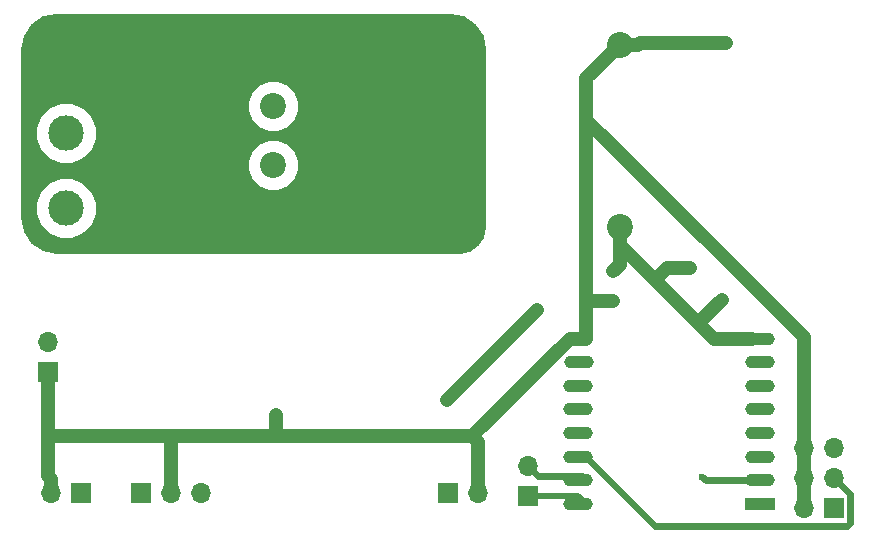
<source format=gbr>
G04 #@! TF.FileFunction,Copper,L2,Bot,Signal*
%FSLAX46Y46*%
G04 Gerber Fmt 4.6, Leading zero omitted, Abs format (unit mm)*
G04 Created by KiCad (PCBNEW 4.0.5) date Friday, 17 February 2017 'PMt' 12:17:44 PM*
%MOMM*%
%LPD*%
G01*
G04 APERTURE LIST*
%ADD10C,0.100000*%
%ADD11C,2.200000*%
%ADD12C,3.000000*%
%ADD13R,3.000000X3.000000*%
%ADD14R,2.500000X1.100000*%
%ADD15O,2.500000X1.100000*%
%ADD16R,1.700000X1.700000*%
%ADD17O,1.700000X1.700000*%
%ADD18C,0.600000*%
%ADD19C,1.000000*%
%ADD20C,1.200000*%
%ADD21C,0.600000*%
%ADD22C,0.500000*%
%ADD23C,0.254000*%
G04 APERTURE END LIST*
D10*
D11*
X119126000Y-68834000D03*
X119126000Y-73834000D03*
X148526000Y-63634000D03*
X148526000Y-79034000D03*
D12*
X101600000Y-77470000D03*
X101600000Y-71120000D03*
D13*
X101600000Y-64770000D03*
D14*
X160369000Y-102519000D03*
D15*
X160369000Y-100519000D03*
X160369000Y-98519000D03*
X160369000Y-96519000D03*
X160369000Y-94519000D03*
X160369000Y-92519000D03*
X160369000Y-90519000D03*
X160369000Y-88519000D03*
X144969000Y-88519000D03*
X145069000Y-90519000D03*
X144969000Y-92519000D03*
X144969000Y-94519000D03*
X144969000Y-96519000D03*
X144969000Y-98519000D03*
X144969000Y-100519000D03*
X144969000Y-102519000D03*
D16*
X166624000Y-102870000D03*
D17*
X164084000Y-102870000D03*
X166624000Y-100330000D03*
X164084000Y-100330000D03*
X166624000Y-97790000D03*
X164084000Y-97790000D03*
D16*
X102870000Y-101600000D03*
D17*
X100330000Y-101600000D03*
D16*
X107950000Y-101600000D03*
D17*
X110490000Y-101600000D03*
X113030000Y-101600000D03*
D16*
X140716000Y-101854000D03*
D17*
X140716000Y-99314000D03*
D16*
X100076000Y-91313000D03*
D17*
X100076000Y-88773000D03*
D16*
X133985000Y-101600000D03*
D17*
X136525000Y-101600000D03*
D18*
X133858000Y-93702000D03*
X141478000Y-86082000D03*
X157132000Y-85217000D03*
X147955000Y-82824000D03*
X154432000Y-82550000D03*
X119380000Y-95021000D03*
X147955000Y-85324000D03*
D19*
X157480000Y-63500000D03*
D18*
X103906000Y-96774000D03*
X108458000Y-96754000D03*
X113030000Y-96774000D03*
X155448000Y-100203000D03*
X159669000Y-100519000D03*
D20*
X141478000Y-86082000D02*
X133858000Y-93702000D01*
X155312366Y-87376000D02*
X156455366Y-88519000D01*
X151384000Y-83447634D02*
X155312366Y-87376000D01*
X155312366Y-87376000D02*
X155312366Y-87036634D01*
X155312366Y-87036634D02*
X157132000Y-85217000D01*
X148526000Y-80589634D02*
X148526000Y-82253000D01*
X148526000Y-82253000D02*
X147955000Y-82824000D01*
X148526000Y-80589634D02*
X151384000Y-83447634D01*
X154432000Y-82550000D02*
X152482000Y-82550000D01*
X152482000Y-82550000D02*
X151584366Y-83447634D01*
X151584366Y-83447634D02*
X151384000Y-83447634D01*
X148526000Y-79034000D02*
X148526000Y-80589634D01*
X156455366Y-88519000D02*
X159669000Y-88519000D01*
X145669000Y-85344000D02*
X145669000Y-69977000D01*
X145669000Y-69977000D02*
X145669000Y-66491000D01*
X164084000Y-88392000D02*
X156711990Y-81019990D01*
X156711990Y-81019990D02*
X145669000Y-69977000D01*
X164084000Y-97790000D02*
X164084000Y-88392000D01*
X164084000Y-100330000D02*
X164084000Y-97790000D01*
X164084000Y-102870000D02*
X164084000Y-100330000D01*
X113030000Y-96774000D02*
X119380000Y-96774000D01*
X119380000Y-96774000D02*
X136020950Y-96774000D01*
X119380000Y-95021000D02*
X119380000Y-96774000D01*
X100330000Y-101600000D02*
X100330000Y-100397919D01*
X100330000Y-100397919D02*
X100076000Y-100143919D01*
X100076000Y-100143919D02*
X100076000Y-97790000D01*
X110490000Y-101600000D02*
X110490000Y-100397919D01*
X110490000Y-100397919D02*
X110490000Y-96754000D01*
X136020950Y-96774000D02*
X136525000Y-97278050D01*
X136525000Y-97278050D02*
X136525000Y-101600000D01*
X136020950Y-96774000D02*
X144275950Y-88519000D01*
X144275950Y-88519000D02*
X145669000Y-88519000D01*
X145669000Y-88519000D02*
X145669000Y-85344000D01*
X145669000Y-85344000D02*
X147935000Y-85344000D01*
X147935000Y-85344000D02*
X147955000Y-85324000D01*
X145669000Y-66491000D02*
X148526000Y-63634000D01*
X108458000Y-96754000D02*
X110490000Y-96754000D01*
X110490000Y-96754000D02*
X113010000Y-96754000D01*
X113010000Y-96754000D02*
X113030000Y-96774000D01*
X103906000Y-96774000D02*
X108438000Y-96774000D01*
X108438000Y-96774000D02*
X108458000Y-96754000D01*
X100076000Y-91313000D02*
X100076000Y-96774000D01*
X103906000Y-96774000D02*
X100076000Y-96774000D01*
X100076000Y-96774000D02*
X100076000Y-97790000D01*
X100096000Y-97770000D02*
X100076000Y-97790000D01*
X148526000Y-63634000D02*
X150081634Y-63634000D01*
X150081634Y-63634000D02*
X150215634Y-63500000D01*
X150215634Y-63500000D02*
X151130000Y-63500000D01*
X151130000Y-63500000D02*
X157480000Y-63500000D01*
D21*
X159669000Y-100519000D02*
X155764000Y-100519000D01*
X155764000Y-100519000D02*
X155448000Y-100203000D01*
X166624000Y-100330000D02*
X167974001Y-101680001D01*
X151500001Y-104350001D02*
X145669000Y-98519000D01*
X167974001Y-101680001D02*
X167974001Y-104120001D01*
X167974001Y-104120001D02*
X167744001Y-104350001D01*
X167744001Y-104350001D02*
X151500001Y-104350001D01*
X140716000Y-99314000D02*
X141565999Y-100163999D01*
X141565999Y-100163999D02*
X145313999Y-100163999D01*
X145313999Y-100163999D02*
X145669000Y-100519000D01*
D22*
X140716000Y-101854000D02*
X145004000Y-101854000D01*
X145004000Y-101854000D02*
X145669000Y-102519000D01*
D23*
G36*
X135258497Y-61307993D02*
X136189758Y-61930242D01*
X136812007Y-62861503D01*
X137033000Y-63972509D01*
X137033000Y-79099465D01*
X136875337Y-79892089D01*
X136433438Y-80553438D01*
X135772089Y-80995337D01*
X134979465Y-81153000D01*
X100802509Y-81153000D01*
X99691503Y-80932007D01*
X98760242Y-80309758D01*
X98137993Y-79378497D01*
X97917000Y-78267491D01*
X97917000Y-77990250D01*
X98972545Y-77990250D01*
X99371639Y-78956132D01*
X100109981Y-79695764D01*
X101075165Y-80096543D01*
X102120250Y-80097455D01*
X103086132Y-79698361D01*
X103825764Y-78960019D01*
X104226543Y-77994835D01*
X104227455Y-76949750D01*
X103828361Y-75983868D01*
X103090019Y-75244236D01*
X102124835Y-74843457D01*
X101079750Y-74842545D01*
X100113868Y-75241639D01*
X99374236Y-75979981D01*
X98973457Y-76945165D01*
X98972545Y-77990250D01*
X97917000Y-77990250D01*
X97917000Y-74275034D01*
X116898614Y-74275034D01*
X117236940Y-75093846D01*
X117862858Y-75720858D01*
X118681079Y-76060613D01*
X119567034Y-76061386D01*
X120385846Y-75723060D01*
X121012858Y-75097142D01*
X121352613Y-74278921D01*
X121353386Y-73392966D01*
X121015060Y-72574154D01*
X120389142Y-71947142D01*
X119570921Y-71607387D01*
X118684966Y-71606614D01*
X117866154Y-71944940D01*
X117239142Y-72570858D01*
X116899387Y-73389079D01*
X116898614Y-74275034D01*
X97917000Y-74275034D01*
X97917000Y-71640250D01*
X98972545Y-71640250D01*
X99371639Y-72606132D01*
X100109981Y-73345764D01*
X101075165Y-73746543D01*
X102120250Y-73747455D01*
X103086132Y-73348361D01*
X103825764Y-72610019D01*
X104226543Y-71644835D01*
X104227455Y-70599750D01*
X103828361Y-69633868D01*
X103470153Y-69275034D01*
X116898614Y-69275034D01*
X117236940Y-70093846D01*
X117862858Y-70720858D01*
X118681079Y-71060613D01*
X119567034Y-71061386D01*
X120385846Y-70723060D01*
X121012858Y-70097142D01*
X121352613Y-69278921D01*
X121353386Y-68392966D01*
X121015060Y-67574154D01*
X120389142Y-66947142D01*
X119570921Y-66607387D01*
X118684966Y-66606614D01*
X117866154Y-66944940D01*
X117239142Y-67570858D01*
X116899387Y-68389079D01*
X116898614Y-69275034D01*
X103470153Y-69275034D01*
X103090019Y-68894236D01*
X102124835Y-68493457D01*
X101079750Y-68492545D01*
X100113868Y-68891639D01*
X99374236Y-69629981D01*
X98973457Y-70595165D01*
X98972545Y-71640250D01*
X97917000Y-71640250D01*
X97917000Y-63972509D01*
X98137993Y-62861503D01*
X98760242Y-61930242D01*
X99691503Y-61307993D01*
X100802509Y-61087000D01*
X134147491Y-61087000D01*
X135258497Y-61307993D01*
X135258497Y-61307993D01*
G37*
X135258497Y-61307993D02*
X136189758Y-61930242D01*
X136812007Y-62861503D01*
X137033000Y-63972509D01*
X137033000Y-79099465D01*
X136875337Y-79892089D01*
X136433438Y-80553438D01*
X135772089Y-80995337D01*
X134979465Y-81153000D01*
X100802509Y-81153000D01*
X99691503Y-80932007D01*
X98760242Y-80309758D01*
X98137993Y-79378497D01*
X97917000Y-78267491D01*
X97917000Y-77990250D01*
X98972545Y-77990250D01*
X99371639Y-78956132D01*
X100109981Y-79695764D01*
X101075165Y-80096543D01*
X102120250Y-80097455D01*
X103086132Y-79698361D01*
X103825764Y-78960019D01*
X104226543Y-77994835D01*
X104227455Y-76949750D01*
X103828361Y-75983868D01*
X103090019Y-75244236D01*
X102124835Y-74843457D01*
X101079750Y-74842545D01*
X100113868Y-75241639D01*
X99374236Y-75979981D01*
X98973457Y-76945165D01*
X98972545Y-77990250D01*
X97917000Y-77990250D01*
X97917000Y-74275034D01*
X116898614Y-74275034D01*
X117236940Y-75093846D01*
X117862858Y-75720858D01*
X118681079Y-76060613D01*
X119567034Y-76061386D01*
X120385846Y-75723060D01*
X121012858Y-75097142D01*
X121352613Y-74278921D01*
X121353386Y-73392966D01*
X121015060Y-72574154D01*
X120389142Y-71947142D01*
X119570921Y-71607387D01*
X118684966Y-71606614D01*
X117866154Y-71944940D01*
X117239142Y-72570858D01*
X116899387Y-73389079D01*
X116898614Y-74275034D01*
X97917000Y-74275034D01*
X97917000Y-71640250D01*
X98972545Y-71640250D01*
X99371639Y-72606132D01*
X100109981Y-73345764D01*
X101075165Y-73746543D01*
X102120250Y-73747455D01*
X103086132Y-73348361D01*
X103825764Y-72610019D01*
X104226543Y-71644835D01*
X104227455Y-70599750D01*
X103828361Y-69633868D01*
X103470153Y-69275034D01*
X116898614Y-69275034D01*
X117236940Y-70093846D01*
X117862858Y-70720858D01*
X118681079Y-71060613D01*
X119567034Y-71061386D01*
X120385846Y-70723060D01*
X121012858Y-70097142D01*
X121352613Y-69278921D01*
X121353386Y-68392966D01*
X121015060Y-67574154D01*
X120389142Y-66947142D01*
X119570921Y-66607387D01*
X118684966Y-66606614D01*
X117866154Y-66944940D01*
X117239142Y-67570858D01*
X116899387Y-68389079D01*
X116898614Y-69275034D01*
X103470153Y-69275034D01*
X103090019Y-68894236D01*
X102124835Y-68493457D01*
X101079750Y-68492545D01*
X100113868Y-68891639D01*
X99374236Y-69629981D01*
X98973457Y-70595165D01*
X98972545Y-71640250D01*
X97917000Y-71640250D01*
X97917000Y-63972509D01*
X98137993Y-62861503D01*
X98760242Y-61930242D01*
X99691503Y-61307993D01*
X100802509Y-61087000D01*
X134147491Y-61087000D01*
X135258497Y-61307993D01*
M02*

</source>
